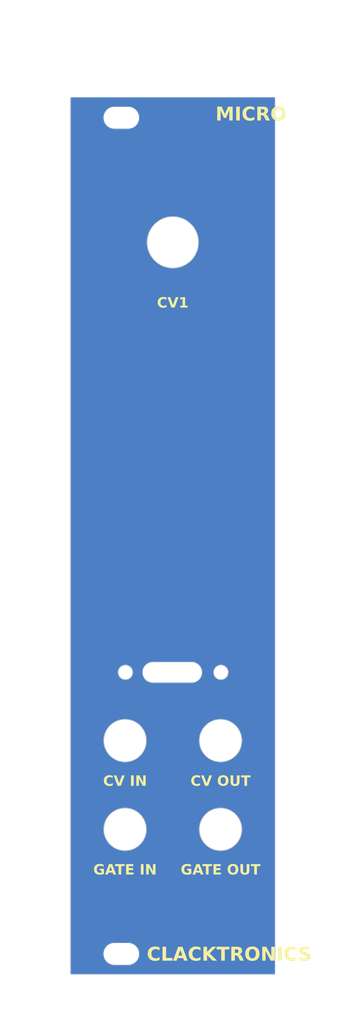
<source format=kicad_pcb>
(kicad_pcb (version 20221018) (generator pcbnew)
  (layers (0 "F.Cu" signal) (31 "B.Cu" signal) (34 "B.Paste" user) (35 "F.Paste" user) (36 "B.SilkS" user "B.Silkscreen") (37 "F.SilkS" user "F.Silkscreen") (38 "B.Mask" user) (39 "F.Mask" user) (44 "Edge.Cuts" user))
  (net 0 "")
  (gr_line (start 122.45 31.35) (end 124.45 31.35) (stroke (width 0.05)) (layer "Edge.Cuts"))
  (gr_circle (center 138.05 111) (end 139.1 111) (stroke (width 0.1)) (fill none) (layer "Edge.Cuts"))
  (gr_line (start 128.07 109.5) (end 133.77 109.5) (stroke (width 0.05)) (layer "Edge.Cuts"))
  (gr_circle (center 138 121) (end 141.1 121) (stroke (width 0.1)) (fill none) (layer "Edge.Cuts"))
  (gr_arc (start 124.45 150.65) (mid 126.05 152.25) (end 124.45 153.85) (stroke (width 0.05)) (layer "Edge.Cuts"))
  (gr_circle (center 138 134) (end 141.1 134) (stroke (width 0.1)) (fill none) (layer "Edge.Cuts"))
  (gr_circle (center 124.05 111) (end 125.1 111) (stroke (width 0.1)) (fill none) (layer "Edge.Cuts"))
  (gr_line (start 124.45 150.65) (end 122.45 150.65) (stroke (width 0.05)) (layer "Edge.Cuts"))
  (gr_line (start 128.07 112.5) (end 133.77 112.5) (stroke (width 0.05)) (layer "Edge.Cuts"))
  (gr_arc (start 122.45 31.35) (mid 120.85 29.75) (end 122.45 28.15) (stroke (width 0.05)) (layer "Edge.Cuts"))
  (gr_arc (start 133.77 109.5) (mid 135.27 111) (end 133.77 112.5) (stroke (width 0.05)) (layer "Edge.Cuts"))
  (gr_circle (center 124 134) (end 127.1 134) (stroke (width 0.1)) (fill none) (layer "Edge.Cuts"))
  (gr_arc (start 124.45 28.15) (mid 126.05 29.75) (end 124.45 31.35) (stroke (width 0.05)) (layer "Edge.Cuts"))
  (gr_line (start 116 26.75) (end 146 26.75) (stroke (width 0.05)) (layer "Edge.Cuts"))
  (gr_line (start 146 155.25) (end 116 155.25) (stroke (width 0.05)) (layer "Edge.Cuts"))
  (gr_line (start 116 155.25) (end 116 26.75) (stroke (width 0.05)) (layer "Edge.Cuts"))
  (gr_line (start 122.45 153.85) (end 124.45 153.85) (stroke (width 0.05)) (layer "Edge.Cuts"))
  (gr_line (start 124.45 28.15) (end 122.45 28.15) (stroke (width 0.05)) (layer "Edge.Cuts"))
  (gr_line (start 146 26.75) (end 146 155.25) (stroke (width 0.05)) (layer "Edge.Cuts"))
  (gr_arc (start 128.07 112.5) (mid 126.57 111) (end 128.07 109.5) (stroke (width 0.05)) (layer "Edge.Cuts"))
  (gr_arc (start 122.45 153.85) (mid 120.85 152.25) (end 122.45 150.65) (stroke (width 0.05)) (layer "Edge.Cuts"))
  (gr_circle (center 131 48) (end 134.75 48) (stroke (width 0.1)) (fill none) (layer "Edge.Cuts"))
  (gr_circle (center 124 121) (end 127.1 121) (stroke (width 0.1)) (fill none) (layer "Edge.Cuts"))
  (gr_text "GATE OUT" (at 138 140) (layer "F.SilkS") (effects (font (size 1.5 1.5))))
  (gr_text "CV OUT" (at 138 127) (layer "F.SilkS") (effects (font (size 1.5 1.5))))
  (gr_text "CV1" (at 130.99 56.94) (layer "F.SilkS") (effects (font (size 1.5 1.5))))
  (gr_text "CV IN" (at 124 127) (layer "F.SilkS") (effects (font (size 1.5 1.5))))
  (gr_text "CLACKTRONICS" (at 127.18 153.58) (layer "F.SilkS") (effects (font (size 2 2) (thickness 0.2) bold) (justify left bottom)))
  (gr_text "MICRO" (at 137.25 30.5) (layer "F.SilkS") (effects (font (size 2 2)) (justify left bottom)))
  (gr_text "GATE IN" (at 124 140) (layer "F.SilkS") (effects (font (size 1.5 1.5))))
  (zone (net 0) (net_name "") (layer "B.Cu") (connect_pads (clearance 0.508)) (min_thickness 0.25) (fill yes (thermal_gap 0.5) (thermal_bridge_width 0.5) (island_removal_mode 1) (island_area_min 10))
    (polygon (pts (xy 115 26) (xy 115.5 155.5) (xy 146.5 155.5) (xy 146.5 26)))
  )
)
</source>
